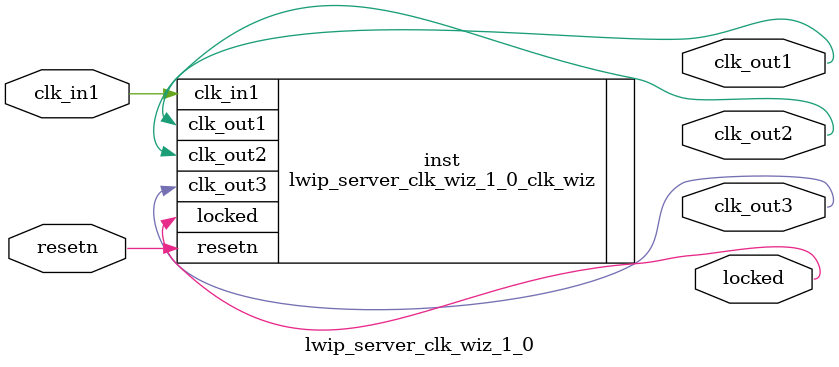
<source format=v>


`timescale 1ps/1ps

(* CORE_GENERATION_INFO = "lwip_server_clk_wiz_1_0,clk_wiz_v6_0_2_0_0,{component_name=lwip_server_clk_wiz_1_0,use_phase_alignment=true,use_min_o_jitter=false,use_max_i_jitter=false,use_dyn_phase_shift=false,use_inclk_switchover=false,use_dyn_reconfig=false,enable_axi=0,feedback_source=FDBK_AUTO,PRIMITIVE=MMCM,num_out_clk=3,clkin1_period=10.000,clkin2_period=10.000,use_power_down=false,use_reset=true,use_locked=true,use_inclk_stopped=false,feedback_type=SINGLE,CLOCK_MGR_TYPE=NA,manual_override=false}" *)

module lwip_server_clk_wiz_1_0 
 (
  // Clock out ports
  output        clk_out1,
  output        clk_out2,
  output        clk_out3,
  // Status and control signals
  input         resetn,
  output        locked,
 // Clock in ports
  input         clk_in1
 );

  lwip_server_clk_wiz_1_0_clk_wiz inst
  (
  // Clock out ports  
  .clk_out1(clk_out1),
  .clk_out2(clk_out2),
  .clk_out3(clk_out3),
  // Status and control signals               
  .resetn(resetn), 
  .locked(locked),
 // Clock in ports
  .clk_in1(clk_in1)
  );

endmodule

</source>
